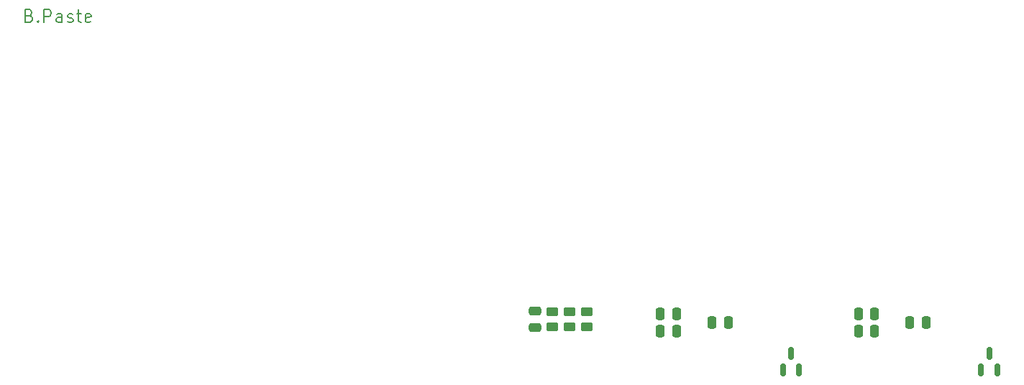
<source format=gbr>
%TF.GenerationSoftware,KiCad,Pcbnew,8.0.4-8.0.4-0~ubuntu22.04.1*%
%TF.CreationDate,2024-07-21T15:41:39-07:00*%
%TF.ProjectId,NX-IndicatorBoard,4e582d49-6e64-4696-9361-746f72426f61,2*%
%TF.SameCoordinates,Original*%
%TF.FileFunction,Paste,Bot*%
%TF.FilePolarity,Positive*%
%FSLAX46Y46*%
G04 Gerber Fmt 4.6, Leading zero omitted, Abs format (unit mm)*
G04 Created by KiCad (PCBNEW 8.0.4-8.0.4-0~ubuntu22.04.1) date 2024-07-21 15:41:39*
%MOMM*%
%LPD*%
G01*
G04 APERTURE LIST*
G04 Aperture macros list*
%AMRoundRect*
0 Rectangle with rounded corners*
0 $1 Rounding radius*
0 $2 $3 $4 $5 $6 $7 $8 $9 X,Y pos of 4 corners*
0 Add a 4 corners polygon primitive as box body*
4,1,4,$2,$3,$4,$5,$6,$7,$8,$9,$2,$3,0*
0 Add four circle primitives for the rounded corners*
1,1,$1+$1,$2,$3*
1,1,$1+$1,$4,$5*
1,1,$1+$1,$6,$7*
1,1,$1+$1,$8,$9*
0 Add four rect primitives between the rounded corners*
20,1,$1+$1,$2,$3,$4,$5,0*
20,1,$1+$1,$4,$5,$6,$7,0*
20,1,$1+$1,$6,$7,$8,$9,0*
20,1,$1+$1,$8,$9,$2,$3,0*%
G04 Aperture macros list end*
%ADD10C,0.187500*%
%ADD11RoundRect,0.250000X-0.250000X-0.475000X0.250000X-0.475000X0.250000X0.475000X-0.250000X0.475000X0*%
%ADD12RoundRect,0.250000X0.450000X-0.262500X0.450000X0.262500X-0.450000X0.262500X-0.450000X-0.262500X0*%
%ADD13RoundRect,0.150000X0.150000X-0.587500X0.150000X0.587500X-0.150000X0.587500X-0.150000X-0.587500X0*%
%ADD14RoundRect,0.250000X0.475000X-0.250000X0.475000X0.250000X-0.475000X0.250000X-0.475000X-0.250000X0*%
G04 APERTURE END LIST*
D10*
X29377697Y-68235964D02*
X29591983Y-68307392D01*
X29591983Y-68307392D02*
X29663412Y-68378821D01*
X29663412Y-68378821D02*
X29734840Y-68521678D01*
X29734840Y-68521678D02*
X29734840Y-68735964D01*
X29734840Y-68735964D02*
X29663412Y-68878821D01*
X29663412Y-68878821D02*
X29591983Y-68950250D01*
X29591983Y-68950250D02*
X29449126Y-69021678D01*
X29449126Y-69021678D02*
X28877697Y-69021678D01*
X28877697Y-69021678D02*
X28877697Y-67521678D01*
X28877697Y-67521678D02*
X29377697Y-67521678D01*
X29377697Y-67521678D02*
X29520555Y-67593107D01*
X29520555Y-67593107D02*
X29591983Y-67664535D01*
X29591983Y-67664535D02*
X29663412Y-67807392D01*
X29663412Y-67807392D02*
X29663412Y-67950250D01*
X29663412Y-67950250D02*
X29591983Y-68093107D01*
X29591983Y-68093107D02*
X29520555Y-68164535D01*
X29520555Y-68164535D02*
X29377697Y-68235964D01*
X29377697Y-68235964D02*
X28877697Y-68235964D01*
X30377697Y-68878821D02*
X30449126Y-68950250D01*
X30449126Y-68950250D02*
X30377697Y-69021678D01*
X30377697Y-69021678D02*
X30306269Y-68950250D01*
X30306269Y-68950250D02*
X30377697Y-68878821D01*
X30377697Y-68878821D02*
X30377697Y-69021678D01*
X31091983Y-69021678D02*
X31091983Y-67521678D01*
X31091983Y-67521678D02*
X31663412Y-67521678D01*
X31663412Y-67521678D02*
X31806269Y-67593107D01*
X31806269Y-67593107D02*
X31877698Y-67664535D01*
X31877698Y-67664535D02*
X31949126Y-67807392D01*
X31949126Y-67807392D02*
X31949126Y-68021678D01*
X31949126Y-68021678D02*
X31877698Y-68164535D01*
X31877698Y-68164535D02*
X31806269Y-68235964D01*
X31806269Y-68235964D02*
X31663412Y-68307392D01*
X31663412Y-68307392D02*
X31091983Y-68307392D01*
X33234841Y-69021678D02*
X33234841Y-68235964D01*
X33234841Y-68235964D02*
X33163412Y-68093107D01*
X33163412Y-68093107D02*
X33020555Y-68021678D01*
X33020555Y-68021678D02*
X32734841Y-68021678D01*
X32734841Y-68021678D02*
X32591983Y-68093107D01*
X33234841Y-68950250D02*
X33091983Y-69021678D01*
X33091983Y-69021678D02*
X32734841Y-69021678D01*
X32734841Y-69021678D02*
X32591983Y-68950250D01*
X32591983Y-68950250D02*
X32520555Y-68807392D01*
X32520555Y-68807392D02*
X32520555Y-68664535D01*
X32520555Y-68664535D02*
X32591983Y-68521678D01*
X32591983Y-68521678D02*
X32734841Y-68450250D01*
X32734841Y-68450250D02*
X33091983Y-68450250D01*
X33091983Y-68450250D02*
X33234841Y-68378821D01*
X33877698Y-68950250D02*
X34020555Y-69021678D01*
X34020555Y-69021678D02*
X34306269Y-69021678D01*
X34306269Y-69021678D02*
X34449126Y-68950250D01*
X34449126Y-68950250D02*
X34520555Y-68807392D01*
X34520555Y-68807392D02*
X34520555Y-68735964D01*
X34520555Y-68735964D02*
X34449126Y-68593107D01*
X34449126Y-68593107D02*
X34306269Y-68521678D01*
X34306269Y-68521678D02*
X34091984Y-68521678D01*
X34091984Y-68521678D02*
X33949126Y-68450250D01*
X33949126Y-68450250D02*
X33877698Y-68307392D01*
X33877698Y-68307392D02*
X33877698Y-68235964D01*
X33877698Y-68235964D02*
X33949126Y-68093107D01*
X33949126Y-68093107D02*
X34091984Y-68021678D01*
X34091984Y-68021678D02*
X34306269Y-68021678D01*
X34306269Y-68021678D02*
X34449126Y-68093107D01*
X34949127Y-68021678D02*
X35520555Y-68021678D01*
X35163412Y-67521678D02*
X35163412Y-68807392D01*
X35163412Y-68807392D02*
X35234841Y-68950250D01*
X35234841Y-68950250D02*
X35377698Y-69021678D01*
X35377698Y-69021678D02*
X35520555Y-69021678D01*
X36591984Y-68950250D02*
X36449127Y-69021678D01*
X36449127Y-69021678D02*
X36163413Y-69021678D01*
X36163413Y-69021678D02*
X36020555Y-68950250D01*
X36020555Y-68950250D02*
X35949127Y-68807392D01*
X35949127Y-68807392D02*
X35949127Y-68235964D01*
X35949127Y-68235964D02*
X36020555Y-68093107D01*
X36020555Y-68093107D02*
X36163413Y-68021678D01*
X36163413Y-68021678D02*
X36449127Y-68021678D01*
X36449127Y-68021678D02*
X36591984Y-68093107D01*
X36591984Y-68093107D02*
X36663413Y-68235964D01*
X36663413Y-68235964D02*
X36663413Y-68378821D01*
X36663413Y-68378821D02*
X35949127Y-68521678D01*
D11*
%TO.C,C8*%
X126964400Y-105435400D03*
X128864400Y-105435400D03*
%TD*%
%TO.C,C7*%
X109743200Y-104394000D03*
X111643200Y-104394000D03*
%TD*%
%TO.C,C9*%
X103672600Y-105435400D03*
X105572600Y-105435400D03*
%TD*%
D12*
%TO.C,R6*%
X94996000Y-104950900D03*
X94996000Y-103125900D03*
%TD*%
D13*
%TO.C,D10*%
X143331100Y-109954300D03*
X141431100Y-109954300D03*
X142381100Y-108079300D03*
%TD*%
D11*
%TO.C,C6*%
X133035000Y-104394000D03*
X134935000Y-104394000D03*
%TD*%
D12*
%TO.C,R8*%
X90932000Y-104950900D03*
X90932000Y-103125900D03*
%TD*%
%TO.C,R7*%
X92964000Y-104950900D03*
X92964000Y-103125900D03*
%TD*%
D11*
%TO.C,C3*%
X126964400Y-103403400D03*
X128864400Y-103403400D03*
%TD*%
%TO.C,C4*%
X103672600Y-103403400D03*
X105572600Y-103403400D03*
%TD*%
D13*
%TO.C,D11*%
X119988500Y-109954300D03*
X118088500Y-109954300D03*
X119038500Y-108079300D03*
%TD*%
D14*
%TO.C,C5*%
X88900000Y-104988400D03*
X88900000Y-103088400D03*
%TD*%
M02*

</source>
